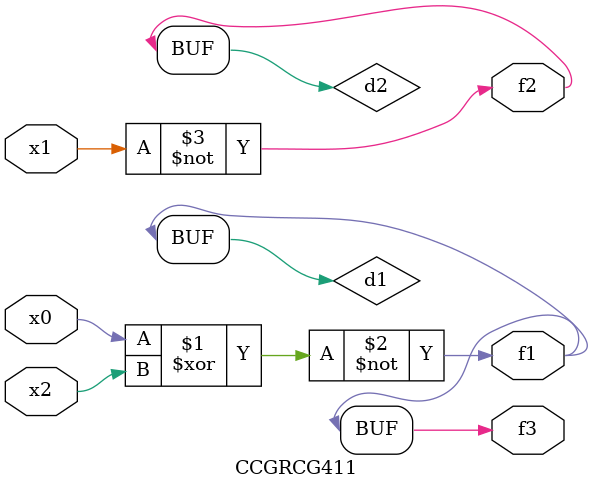
<source format=v>
module CCGRCG411(
	input x0, x1, x2,
	output f1, f2, f3
);

	wire d1, d2, d3;

	xnor (d1, x0, x2);
	nand (d2, x1);
	nor (d3, x1, x2);
	assign f1 = d1;
	assign f2 = d2;
	assign f3 = d1;
endmodule

</source>
